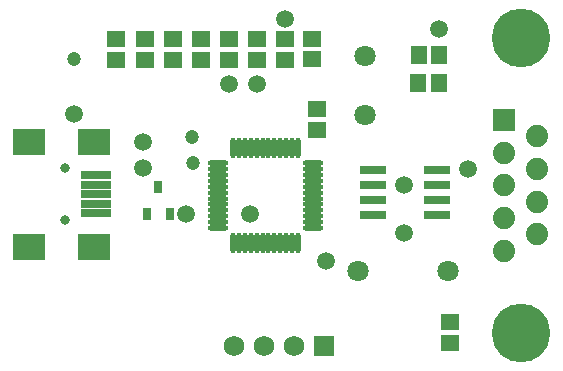
<source format=gbr>
G04 This is an RS-274x file exported by *
G04 gerbv version 2.6A *
G04 More information is available about gerbv at *
G04 http://gerbv.geda-project.org/ *
G04 --End of header info--*
%MOIN*%
%FSLAX34Y34*%
%IPPOS*%
G04 --Define apertures--*
%ADD10R,0.0867X0.0316*%
%ADD11R,0.0612X0.0533*%
%ADD12R,0.0533X0.0612*%
%ADD13R,0.0316X0.0434*%
%ADD14R,0.1064X0.0867*%
%ADD15R,0.0985X0.0277*%
%ADD16O,0.0690X0.0178*%
%ADD17O,0.0178X0.0690*%
%ADD18C,0.0710*%
%ADD19C,0.0474*%
%ADD20C,0.0745*%
%ADD21R,0.0745X0.0745*%
%ADD22C,0.1954*%
%ADD23C,0.0680*%
%ADD24R,0.0680X0.0680*%
%ADD25C,0.0316*%
%ADD26C,0.0592*%
G04 --Start main section--*
G54D10*
G01X0030787Y0020266D03*
G01X0030787Y0021266D03*
G01X0030787Y0019766D03*
G01X0030787Y0020766D03*
G01X0028661Y0020266D03*
G01X0028661Y0020766D03*
G01X0028661Y0019766D03*
G01X0028661Y0021266D03*
G54D11*
G01X0031221Y0016181D03*
G01X0031221Y0015492D03*
G01X0026614Y0024941D03*
G01X0026614Y0025630D03*
G01X0025709Y0024931D03*
G01X0025709Y0025620D03*
G01X0022910Y0024931D03*
G01X0022910Y0025620D03*
G01X0021972Y0024931D03*
G01X0021972Y0025620D03*
G01X0024784Y0024931D03*
G01X0024784Y0025620D03*
G01X0023846Y0024931D03*
G01X0023846Y0025620D03*
G01X0020098Y0024931D03*
G01X0020098Y0025620D03*
G01X0021035Y0024931D03*
G01X0021035Y0025620D03*
G01X0026772Y0023278D03*
G01X0026772Y0022589D03*
G54D12*
G01X0030167Y0024163D03*
G01X0030856Y0024163D03*
G01X0030177Y0025089D03*
G01X0030866Y0025089D03*
G54D13*
G01X0021496Y0020689D03*
G01X0021870Y0019784D03*
G01X0021122Y0019784D03*
G54D14*
G01X0017197Y0018698D03*
G01X0017197Y0022202D03*
G01X0019362Y0022202D03*
G01X0019362Y0018698D03*
G54D15*
G01X0019402Y0021080D03*
G01X0019402Y0020765D03*
G01X0019402Y0020450D03*
G01X0019402Y0020135D03*
G01X0019402Y0019820D03*
G54D16*
G01X0026654Y0021486D03*
G01X0026654Y0021289D03*
G01X0026654Y0021093D03*
G01X0026654Y0020896D03*
G01X0026654Y0020699D03*
G01X0026654Y0020502D03*
G01X0026654Y0020305D03*
G01X0026654Y0020108D03*
G01X0026654Y0019911D03*
G01X0026654Y0019715D03*
G01X0026654Y0019518D03*
G01X0026654Y0019321D03*
G01X0023484Y0019321D03*
G01X0023484Y0019518D03*
G01X0023484Y0019715D03*
G01X0023484Y0019911D03*
G01X0023484Y0020108D03*
G01X0023484Y0020305D03*
G01X0023484Y0020502D03*
G01X0023484Y0020699D03*
G01X0023484Y0020896D03*
G01X0023484Y0021093D03*
G01X0023484Y0021289D03*
G01X0023484Y0021486D03*
G54D17*
G01X0026152Y0018819D03*
G01X0025955Y0018819D03*
G01X0025758Y0018819D03*
G01X0025561Y0018819D03*
G01X0025364Y0018819D03*
G01X0025167Y0018819D03*
G01X0024971Y0018819D03*
G01X0024774Y0018819D03*
G01X0024577Y0018819D03*
G01X0024380Y0018819D03*
G01X0024183Y0018819D03*
G01X0023986Y0018819D03*
G01X0023986Y0021988D03*
G01X0024183Y0021988D03*
G01X0024380Y0021988D03*
G01X0024577Y0021988D03*
G01X0024774Y0021988D03*
G01X0024971Y0021988D03*
G01X0025167Y0021988D03*
G01X0025364Y0021988D03*
G01X0025561Y0021988D03*
G01X0025758Y0021988D03*
G01X0025955Y0021988D03*
G01X0026152Y0021988D03*
G54D18*
G01X0028156Y0017884D03*
G01X0031156Y0017884D03*
G01X0028386Y0025059D03*
G01X0028386Y0023091D03*
G54D19*
G01X0018691Y0024951D03*
G01X0022638Y0021476D03*
G01X0022628Y0022352D03*
G54D20*
G01X0033014Y0018567D03*
G01X0034132Y0019112D03*
G01X0033014Y0019658D03*
G01X0034132Y0020203D03*
G01X0033014Y0020748D03*
G01X0034132Y0021293D03*
G01X0033014Y0021839D03*
G01X0034132Y0022384D03*
G54D21*
G01X0033014Y0022929D03*
G54D22*
G01X0033573Y0025667D03*
G01X0033573Y0015829D03*
G54D23*
G01X0025034Y0015394D03*
G01X0026034Y0015394D03*
G01X0024034Y0015394D03*
G54D24*
G01X0027034Y0015394D03*
G54D25*
G01X0018378Y0019584D03*
G01X0018378Y0021316D03*
G54D26*
G01X0022402Y0019793D03*
G01X0029675Y0019154D03*
G01X0024557Y0019784D03*
G01X0027077Y0018228D03*
G01X0020974Y0021329D03*
G01X0024774Y0024124D03*
G01X0020974Y0022195D03*
G01X0029675Y0020758D03*
G01X0031831Y0021279D03*
G01X0030866Y0025955D03*
G01X0025719Y0026279D03*
G01X0023848Y0024124D03*
G01X0018691Y0023130D03*
M02*

</source>
